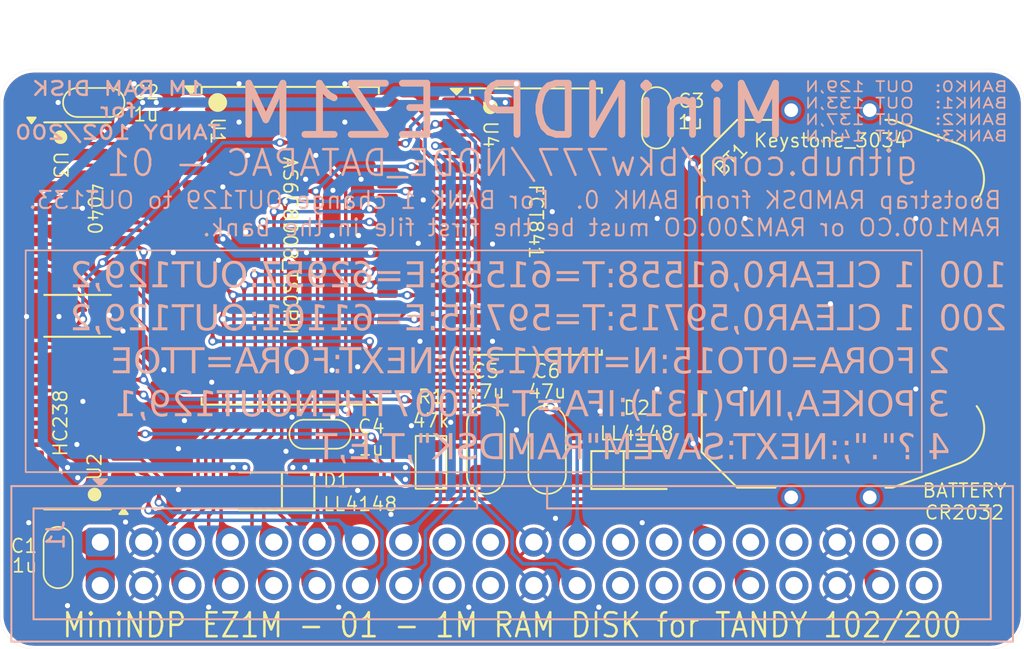
<source format=kicad_pcb>
(kicad_pcb (version 20240108) (generator "pcbnew") (generator_version "8.0")
  (title_block (title "MiniNDP EZ1M") (date "2024-12-13") (rev "01") (company "Brian K. White - b.kenyon.w@gmail.com") (comment 1 "github.com/bkw777/NODE_DATAPAC"))
  (layers (0 "F.Cu" signal) (31 "B.Cu" signal) (34 "B.Paste" user) (35 "F.Paste" user) (36 "B.SilkS" user "B.Silkscreen") (37 "F.SilkS" user "F.Silkscreen") (38 "B.Mask" user) (39 "F.Mask" user) (44 "Edge.Cuts" user))
  (net 0 "")
  (net 1 "GND")
  (net 2 "VMEM")
  (net 3 "VBUS")
  (net 4 "/AD0")
  (net 5 "/AD1")
  (net 6 "/AD2")
  (net 7 "/AD3")
  (net 8 "/AD4")
  (net 9 "/AD5")
  (net 10 "/AD6")
  (net 11 "/AD7")
  (net 12 "/A8")
  (net 13 "/A9")
  (net 14 "/~{RD}")
  (net 15 "/RAMRST")
  (net 16 "/~{Y0}")
  (net 17 "/(A)")
  (net 27 "/BUS_A10")
  (net 30 "+BATT")
  (net 31 "/A5")
  (net 32 "/A6")
  (net 35 "/A7")
  (net 36 "/BUS_A8")
  (net 37 "/BUS_A9")
  (net 38 "/A0")
  (net 39 "/A1")
  (net 40 "/A2")
  (net 41 "/A3")
  (net 42 "/A4")
  (net 43 "/BYTE")
  (net 54 "/~{WR}")
  (net 55 "/A15")
  (net 56 "/A12")
  (net 57 "/A13")
  (net 58 "/A18")
  (net 59 "/A14")
  (net 60 "/A16")
  (net 61 "/A17")
  (net 62 "/A10")
  (net 63 "/A11")
  (net 64 "/BUS_A11")
  (net 65 "/A19")
  (net 66 "/BLOCK")
  (footprint "000_LOCAL:MiniNDP_Cover" (layer "F.Cu") (at 151.95 103.025)
    (property "Reference" "N1")
    (property "Value" "MiniNDP_Cover")
  )
  (footprint "000_LOCAL:SOIC-16_3.9x9.9mm_P1.27mm" (layer "F.Cu") (at 126.485 106.77 180)
    (property "Reference" "U2")
    (property "Value" "HC238")
  )
  (footprint "000_LOCAL:C_0805" (layer "F.Cu") (at 125.35 114.655 -90)
    (property "Reference" "C1")
    (property "Value" "1u")
  )
  (footprint "000_LOCAL:Fiducial_0.75_1.5" (layer "F.Cu") (at 179.95 118.025)
    (property "Reference" "F2" (hide yes))
    (property "Value" "Fiducial_0.75_1.5" (hide yes))
  )
  (footprint "000_LOCAL:SOIC-16_3.9x9.9mm_P1.27mm" (layer "F.Cu") (at 126.488 94.197)
    (property "Reference" "U3")
    (property "Value" "4040")
  )
  (footprint "000_LOCAL:D_MiniMELF" (layer "F.Cu") (at 137.7 110.775 180)
    (property "Reference" "D1")
    (property "Value" "LL4148")
  )
  (footprint "000_LOCAL:C_1206" (layer "F.Cu") (at 154 108.325 90)
    (property "Reference" "C6")
    (property "Value" "47u")
  )
  (footprint "000_LOCAL:Fiducial_0.75_1.5" (layer "F.Cu") (at 179.95 88.025 90)
    (property "Reference" "F2" (hide yes))
    (property "Value" "Fiducial_0.75_1.5" (hide yes))
  )
  (footprint "000_LOCAL:Fiducial_0.75_1.5" (layer "F.Cu") (at 123.95 88.025)
    (property "Reference" "F3" (hide yes))
    (property "Value" "Fiducial_0.75_1.5" (hide yes))
  )
  (footprint "000_LOCAL:SOIC-24" (layer "F.Cu") (at 153.3452 94.959)
    (property "Reference" "U4")
    (property "Value" "FCT841")
  )
  (footprint "000_LOCAL:D_MiniMELF" (layer "F.Cu") (at 159.249293 109.525707)
    (property "Reference" "D2")
    (property "Value" "LL4148")
  )
  (footprint "000_LOCAL:C_0805" (layer "F.Cu") (at 160.4082 88.874 -90)
    (property "Reference" "C3")
    (property "Value" "1u")
  )
  (footprint "000_LOCAL:Fiducial_0.75_1.5" (layer "F.Cu") (at 123.95 118.025)
    (property "Reference" "F3" (hide yes))
    (property "Value" "Fiducial_0.75_1.5" (hide yes))
  )
  (footprint "000_LOCAL:TSOP-II-44" (layer "F.Cu") (at 138.95 96.375)
    (property "Reference" "U1")
    (property "Value" "AS6C8008_TSOPII")
  )
  (footprint "000_LOCAL:C_1206" (layer "F.Cu") (at 150.4 108.325 90)
    (property "Reference" "C5")
    (property "Value" "47u")
  )
  (footprint "000_LOCAL:Keystone_3028_3034" (layer "F.Cu") (at 170.6 99.775 90)
    (property "Reference" "BT1")
    (property "Value" "Keystone_3034")
  )
  (footprint "000_LOCAL:C_0805" (layer "F.Cu") (at 127.439 87.974 180)
    (property "Reference" "C2")
    (property "Value" "1u")
  )
  (footprint "000_LOCAL:C_0805" (layer "F.Cu") (at 140.7 107.425)
    (property "Reference" "C4")
    (property "Value" "1u")
  )
  (footprint "000_LOCAL:R_0805" (layer "F.Cu") (at 147.2 109.075001 90)
    (property "Reference" "R1")
    (property "Value" "47k")
  )
  (footprint "000_LOCAL:IDC-Header_2x20_P2.54mm_Vertical" (layer "B.Cu") (at 127.82 113.755 -90)
    (property "Reference" "J1")
    (property "Value" "Conn_02x20_Odd_Even")
  )
  (gr_poly (pts (xy 145.7 110.075) (xy 145.7 109.375) (xy 146.4 110.075)) (stroke (width 0.6)) (fill solid) (layer "F.Cu") (net 2))
  (gr_poly (pts (xy 126.5 109.975) (xy 125.9 109.375) (xy 125.9 110.575)) (stroke (width 0.6)) (fill solid) (layer "F.Cu") (net 3))
  (gr_poly (pts (xy 162.55 107.975) (xy 160.999293 109.525707) (xy 164.099293 109.525707) (xy 164.1 109.525)) (stroke (width 0.6)) (fill solid) (layer "F.Cu") (net 30))
  (gr_poly (pts (xy 145.7 109.375) (xy 145.7 110.075) (xy 145 109.375)) (stroke (width 0.6)) (fill solid) (layer "B.Cu") (net 2))
  (gr_poly (pts (xy 126.5 109.975) (xy 127.1 109.375) (xy 125.9 109.375)) (stroke (width 0.6)) (fill solid) (layer "B.Cu") (net 3))
  (gr_rect (start 123.45 96.647) (end 175.95 109.647) (stroke (width 0.1)) (fill none) (layer "B.SilkS"))
  (gr_line (start 123.95 86.025) (end 179.95 86.025) (stroke (width 0.01)) (layer "Edge.Cuts"))
  (gr_line (start 179.95 120.025) (end 123.95 120.025) (stroke (width 0.01)) (layer "Edge.Cuts"))
  (gr_arc (start 179.95 86.024999) (mid 181.364214 86.610786) (end 181.950001 88.025) (stroke (width 0.01)) (layer "Edge.Cuts"))
  (gr_arc (start 123.95 120.025) (mid 122.535786 119.439214) (end 121.95 118.025) (stroke (width 0.01)) (layer "Edge.Cuts"))
  (gr_arc (start 181.950001 118.025) (mid 181.364214 119.439214) (end 179.95 120.025001) (stroke (width 0.01)) (layer "Edge.Cuts"))
  (gr_line (start 181.95 88.025) (end 181.95 118.025) (stroke (width 0.01)) (layer "Edge.Cuts"))
  (gr_arc (start 121.949999 88.025) (mid 122.535786 86.610786) (end 123.95 86.024999) (stroke (width 0.01)) (layer "Edge.Cuts"))
  (gr_line (start 121.95 118.025) (end 121.95 88.025) (stroke (width 0.01)) (layer "Edge.Cuts"))
  (gr_text "1M RAM DISK\nfor\nTANDY 102/200" (at 128.85 88.447 0) (layer "B.SilkS") (effects (font (size 0.8 1)) (justify mirror)))
  (gr_text "Bootstrap RAMDSK from BANK 0.  For BANK 1 change OUT129 to OUT133.\nRAM100.CO or RAM200.CO must be the first file in the bank." (at 180.7 95.897 0) (layer "B.SilkS") (effects (font (size 1 1) (thickness 0.12)) (justify left bottom mirror)))
  (gr_text "${COMMENT1} - ${REVISION}" (at 151.95 91.525 0) (layer "B.SilkS") (effects (font (size 1.5 1.5)) (justify mirror)))
  (gr_text "100  1 CLEAR0,61558:T=61558:E=62957:OUT129,2\n200  1 CLEAR0,59715:T=59715:E=61101:OUT129,2\n     2 FORA=0TO15:N=INP(131):NEXT:FORA=TTOE\n     3 POKEA,INP(131):IFA=T+1007THENOUT129,1\n     4 ?{dblquote}.{dblquote};:NEXT:SAVEM{dblquote}RAMDSK{dblquote},T,E,T" (at 180.95 109.147 0) (layer "B.SilkS") (effects (font (size 1.5 1.5) (thickness 0.1)) (justify left bottom mirror)))
  (gr_text "BANK0:  OUT 129,N\nBANK1:  OUT 133,N\nBANK2:  OUT 137,N\nBANK3:  OUT 141,N" (at 181.05 88.497 0) (layer "B.SilkS") (effects (font (size 0.6 0.8) (thickness 0.1)) (justify left mirror)))
  (gr_text "${TITLE}" (at 151.95 88.477 0) (layer "B.SilkS") (effects (font (size 3 3) (thickness 0.4)) (justify mirror)))
  (gr_text "${TITLE} - ${REVISION} - 1M RAM DISK for TANDY 102/200" (at 151.95 118.625 0) (layer "F.SilkS") (effects (font (size 1.4 1.2))))
  (gr_text "BATTERY\nCR2032" (at 178.45 111.375 0) (layer "F.SilkS") (effects (font (size 0.8 0.8) (thickness 0.1))))
  (via (at 142.15 86.875) (size 0.5) (drill 0.3) (layers "F.Cu" "B.Cu") (net 1))
  (via (at 141.45 93.125) (size 0.5) (drill 0.3) (layers "F.Cu" "B.Cu") (net 1))
  (via (at 154.49 112.358) (size 0.5) (drill 0.3) (layers "F.Cu" "B.Cu") (net 1))
  (via (at 146.55 101.975) (size 0.5) (drill 0.3) (layers "F.Cu" "B.Cu") (net 1))
  (via (at 134.35 104.375) (size 0.5) (drill 0.3) (layers "F.Cu" "B.Cu") (net 1))
  (via (at 136.35 95.575) (size 0.5) (drill 0.3) (layers "F.Cu" "B.Cu") (net 1))
  (via (at 149.41 117.565) (size 0.5) (drill 0.3) (layers "F.Cu" "B.Cu") (net 1))
  (via (at 135.95 86.875) (size 0.5) (drill 0.3) (layers "F.Cu" "B.Cu") (net 1))
  (via (at 170.6 99.775) (size 0.5) (drill 0.3) (layers "F.Cu" "B.Cu") (net 1))
  (via (at 165.6 94.775) (size 0.5) (drill 0.3) (layers "F.Cu" "B.Cu") (net 1))
  (via (at 139.05 106.425) (size 0.5) (drill 0.3) (layers "F.Cu" "B.Cu") (net 1))
  (via (at 143.1 92.475) (size 0.5) (drill 0.3) (layers "F.Cu" "B.Cu") (net 1))
  (via (at 142.15 89.125) (size 0.5) (drill 0.3) (layers "F.Cu" "B.Cu") (net 1))
  (via (at 135 92.925) (size 0.5) (drill 0.3) (layers "F.Cu" "B.Cu") (net 1))
  (via (at 175.6 94.775) (size 0.5) (drill 0.3) (layers "F.Cu" "B.Cu") (net 1))
  (via (at 129.15 101.375) (size 0.5) (drill 0.3) (layers "F.Cu" "B.Cu") (net 1))
  (via (at 142.9 103.475) (size 0.5) (drill 0.3) (layers "F.Cu" "B.Cu") (net 1))
  (via (at 146.05 106.925) (size 0.5) (drill 0.3) (layers "F.Cu" "B.Cu") (net 1))
  (via (at 160.45 94.775) (size 0.5) (drill 0.3) (layers "F.Cu" "B.Cu") (net 1))
  (via (at 126.45 108.025) (size 0.5) (drill 0.3) (layers "F.Cu" "B.Cu") (net 1))
  (via (at 134.17 117.565) (size 0.5) (drill 0.3) (layers "F.Cu" "B.Cu") (net 1))
  (via (at 132.4 108.275) (size 0.5) (drill 0.3) (layers "F.Cu" "B.Cu") (net 1))
  (via (at 160.45 104.775) (size 0.5) (drill 0.3) (layers "F.Cu" "B.Cu") (net 1))
  (via (at 126.775 94.175) (size 0.5) (drill 0.3) (layers "F.Cu" "B.Cu") (net 1))
  (via (at 132.1 96.775) (size 0.5) (drill 0.3) (layers "F.Cu" "B.Cu") (net 1))
  (via (at 141.4 103.675) (size 0.5) (drill 0.3) (layers "F.Cu" "B.Cu") (net 1))
  (via (at 139.85 92.475) (size 0.5) (drill 0.3) (layers "F.Cu" "B.Cu") (net 1))
  (via (at 125.4 100.525) (size 0.5) (drill 0.3) (layers "F.Cu" "B.Cu") (net 1))
  (via (at 144.85 112.125) (size 0.5) (drill 0.3) (layers "F.Cu" "B.Cu") (net 1))
  (via (at 142.95 95.775) (size 0.5) (drill 0.3) (layers "F.Cu" "B.Cu") (net 1))
  (via (at 148.35 106.725) (size 0.5) (drill 0.3) (layers "F.Cu" "B.Cu") (net 1))
  (via (at 157.03 117.565) (size 0.5) (drill 0.3) (layers "F.Cu" "B.Cu") (net 1))
  (via (at 165.6 104.775) (size 0.5) (drill 0.3) (layers "F.Cu" "B.Cu") (net 1))
  (via (at 140.45 91.075) (size 0.5) (drill 0.3) (layers "F.Cu" "B.Cu") (net 1))
  (via (at 146.45 96.229) (size 0.5) (drill 0.3) (layers "F.Cu" "B.Cu") (net 1))
  (via (at 142.55 108.425) (size 0.5) (drill 0.3) (layers "F.Cu" "B.Cu") (net 1))
  (via (at 129.3 112.575) (size 0.5) (drill 0.3) (layers "F.Cu" "B.Cu") (net 1))
  (via (at 162.25 88.925) (size 0.5) (drill 0.3) (layers "F.Cu" "B.Cu") (net 1))
  (via (at 152.2 107.175) (size 0.5) (drill 0.3) (layers "F.Cu" "B.Cu") (net 1))
  (via (at 125.9 117.475) (size 0.5) (drill 0.3) (layers "F.Cu" "B.Cu") (net 1))
  (via (at 123.5 100.525) (size 0.5) (drill 0.3) (layers "F.Cu" "B.Cu") (net 1))
  (via (at 132.4 110.675) (size 0.5) (drill 0.3) (layers "F.Cu" "B.Cu") (net 1))
  (via (at 142.9 110.725) (size 0.5) (drill 0.3) (layers "F.Cu" "B.Cu") (net 1))
  (via (at 150.8 96.275) (size 0.5) (drill 0.3) (layers "F.Cu" "B.Cu") (net 1))
  (via (at 136.45 91.075) (size 0.5) (drill 0.3) (layers "F.Cu" "B.Cu") (net 1))
  (via (at 129.8 86.875) (size 0.5) (drill 0.3) (layers "F.Cu" "B.Cu") (net 1))
  (via (at 152.2 86.875) (size 0.5) (drill 0.3) (layers "F.Cu" "B.Cu") (net 1))
  (via (at 135.95 89.125) (size 0.5) (drill 0.3) (layers "F.Cu" "B.Cu") (net 1))
  (via (at 141.79 117.565) (size 0.5) (drill 0.3) (layers "F.Cu" "B.Cu") (net 1))
  (via (at 131.55 103.65) (size 0.5) (drill 0.3) (layers "F.Cu" "B.Cu") (net 1))
  (via (at 126.8 105.5) (size 0.5) (drill 0.3) (layers "F.Cu" "B.Cu") (net 1))
  (via (at 154.3 94.375) (size 0.5) (drill 0.3) (layers "F.Cu" "B.Cu") (net 1))
  (via (at 175.6 104.775) (size 0.5) (drill 0.3) (layers "F.Cu" "B.Cu") (net 1))
  (via (at 125.35 87.974) (size 0.5) (drill 0.3) (layers "F.Cu" "B.Cu") (net 1))
  (via (at 150.8 101.975) (size 0.5) (drill 0.3) (layers "F.Cu" "B.Cu") (net 1))
  (via (at 141.4 95.775) (size 0.5) (drill 0.3) (layers "F.Cu" "B.Cu") (net 1))
  (via (at 123.629 112.612) (size 0.5) (drill 0.3) (layers "F.Cu" "B.Cu") (net 1))
  (via (at 141.45 106.425) (size 0.5) (drill 0.3) (layers "F.Cu" "B.Cu") (net 1))
  (via (at 128.35 100.45) (size 0.5) (drill 0.3) (layers "F.Cu" "B.Cu") (net 1))
  (via (at 139.05 103.775) (size 0.5) (drill 0.3) (layers "F.Cu" "B.Cu") (net 1))
  (via (at 132.75 106.625) (size 0.5) (drill 0.3) (layers "F.Cu" "B.Cu") (net 1))
  (via (at 146.743 93.689) (size 0.5) (drill 0.3) (layers "F.Cu" "B.Cu") (net 1))
  (via (at 159.57 112.612) (size 0.5) (drill 0.3) (layers "F.Cu" "B.Cu") (net 1))
  (via (at 138.7 108.425) (size 0.5) (drill 0.3) (layers "F.Cu" "B.Cu") (net 1))
  (via (at 157.1 106.075) (size 0.5) (drill 0.3) (layers "F.Cu" "B.Cu") (net 1))
  (via (at 134.75 97.225) (size 0.5) (drill 0.3) (layers "F.Cu" "B.Cu") (net 1))
  (segment (start 139.9 107.325) (end 139.9 97.475) (width 0.6) (layer "F.Cu") (net 2))
  (segment (start 145.75 110.025) (end 145.7 110.075) (width 0.6) (layer "F.Cu") (net 2))
  (segment (start 157.499293 110.075) (end 157.499293 109.525707) (width 0.6) (layer "F.Cu") (net 2))
  (segment (start 139.8 108.675) (end 139.8 107.425) (width 0.6) (layer "F.Cu") (net 2))
  (segment (start 139.8 109.375) (end 139.8 110.425) (width 0.6) (layer "F.Cu") (net 2))
  (segment (start 139.9 107.525) (end 139.8 107.425) (width 0.6) (layer "F.Cu") (net 2))
  (segment (start 139.8 110.425) (end 139.45 110.775) (width 0.6) (layer "F.Cu") (net 2))
  (segment (start 139.1 109.375) (end 139.8 109.375) (width 0.6) (layer "F.Cu") (net 2))
  (segment (start 147.2 110.025) (end 147.25 110.075) (width 0.6) (layer "F.Cu") (net 2))
  (segment (start 139.1 109.375) (end 139.1 110.425) (width 0.6) (layer "F.Cu") (net 2))
  (segment (start 139.9 96.775) (end 139.2 96.775) (width 0.6) (layer "F.Cu") (net 2))
  (segment (start 147.2 110.025) (end 145.75 110.025) (width 0.6) (layer "F.Cu") (net 2))
  (segment (start 150.125001 110.075) (end 150.4 109.800001) (width 0.6) (layer "F.Cu") (net 2))
  (segment (start 143.65 96.775) (end 144.65 96.775) (width 0.5) (layer "F.Cu") (net 2))
  (segment (start 150.674999 110.075) (end 153.725001 110.075) (width 0.6) (layer "F.Cu") (net 2))
  (segment (start 139.9 96.775) (end 139.9 97.475) (width 0.6) (layer "F.Cu") (net 2))
  (segment (start 154 109.800001) (end 154.274999 110.075) (width 0.6) (layer "F.Cu") (net 2))
  (segment (start 139.1 110.425) (end 139.45 110.775) (width 0.6) (layer "F.Cu") (net 2))
  (segment (start 153.725001 110.075) (end 154 109.800001) (width 0.6) (layer "F.Cu") (net 2))
  (segment (start 154.274999 110.075) (end 157.499293 110.075) (width 0.6) (layer "F.Cu") (net 2))
  (segment (start 139.8 107.425) (end 139.9 107.325) (width 0.6) (layer "F.Cu") (net 2))
  (segment (start 139.8 109.375) (end 139.8 108.675) (width 0.6) (layer "F.Cu") (net 2))
  (segment (start 139.2 96.775) (end 139.9 97.475) (width 0.6) (layer "F.Cu") (net 2))
  (segment (start 147.25 110.075) (end 150.125001 110.075) (width 0.6) (layer "F.Cu") (net 2))
  (segment (start 135 95.975) (end 133.25 95.975) (width 0.5) (layer "F.Cu") (net 2))
  (segment (start 150.4 109.800001) (end 150.674999 110.075) (width 0.6) (layer "F.Cu") (net 2))
  (segment (start 139.1 109.375) (end 139.8 108.675) (width 0.6) (layer "F.Cu") (net 2))
  (via (at 145.7 109.375) (size 0.6) (drill 0.3) (layers "F.Cu" "B.Cu") (net 2))
  (via (at 145.7 110.075) (size 0.6) (drill 0.3) (layers "F.Cu" "B.Cu") (net 2))
  (via (at 135 95.975) (size 0.6) (drill 0.3) (layers "F.Cu" "B.Cu") (net 2))
  (via (at 139.9 96.775) (size 0.6) (drill 0.3) (layers "F.Cu" "B.Cu") (net 2))
  (via (at 139.8 109.375) (size 0.6) (drill 0.3) (layers "F.Cu" "B.Cu") (net 2))
  (via (at 143.65 96.775) (size 0.6) (drill 0.3) (layers "F.Cu" "B.Cu") (net 2))
  (via (at 139.1 109.375) (size 0.6) (drill 0.3) (layers "F.Cu" "B.Cu") (net 2))
  (via (at 139.2 96.775) (size 0.6) (drill 0.3) (layers "F.Cu" "B.Cu") (net 2))
  (segment (start 135.8 96.775) (end 135 95.975) (width 0.6) (layer "B.Cu") (net 2))
  (segment (start 143.65 96.775) (end 139.9 96.775) (width 0.6) (layer "B.Cu") (net 2))
  (segment (start 139.2 96.775) (end 135.8 96.775) (width 0.6) (layer "B.Cu") (net 2))
  (segment (start 145.7 109.375) (end 139.1 109.375) (width 0.6) (layer "B.Cu") (net 2))
  (segment (start 139.9 96.775) (end 139.2 96.775) (width 0.6) (layer "B.Cu") (net 2))
  (segment (start 157.9952 87.974) (end 160.4082 87.974) (width 0.6) (layer "F.Cu") (net 3))
  (segment (start 135.6 109.375) (end 135.6 110.425) (width 0.6) (layer "F.Cu") (net 3))
  (segment (start 130.3 87.975) (end 130.299 87.974) (width 0.6) (layer "F.Cu") (net 3))
  (segment (start 150.7562 87.974) (end 157.9952 87.974) (width 0.6) (layer "F.Cu") (net 3))
  (segment (start 130.301 87.974) (end 131.1 87.974) (width 0.6) (layer "F.Cu") (net 3))
  (segment (start 125.35 113.755) (end 127.82 113.755) (width 0.8) (layer "F.Cu") (net 3))
  (segment (start 136.3 109.375) (end 136.3 110.425) (width 0.6) (layer "F.Cu") (net 3))
  (segment (start 123.818 111.215) (end 125.35 111.215) (width 0.6) (layer "F.Cu") (net 3))
  (segment (start 125.35 111.125) (end 125.35 111.215) (width 0.6) (layer "F.Cu") (net 3))
  (segment (start 128.7415 89.752) (end 129.155 89.752) (width 0.6) (layer "F.Cu") (net 3))
  (segment (start 125.36 111.215) (end 123.818 111.215) (width 0.6) (layer "F.Cu") (net 3))
  (segment (start 130.299 87.974) (end 128.339 87.974) (width 0.6) (layer "F.Cu") (net 3))
  (segment (start 135.6 109.375) (end 136.3 109.375) (width 0.6) (layer "F.Cu") (net 3))
  (segment (start 126.5 109.975) (end 125.35 111.125) (width 0.6) (layer "F.Cu") (net 3))
  (segment (start 136.3 110.425) (end 135.95 110.775) (width 0.6) (layer "F.Cu") (net 3))
  (segment (start 127.7 113.635) (end 127.82 113.755) (width 0.4) (layer "F.Cu") (net 3))
  (segment (start 128.339 89.3495) (end 128.7415 89.752) (width 0.6) (layer "F.Cu") (net 3))
  (segment (start 135.6 110.425) (end 135.95 110.775) (width 0.6) (layer "F.Cu") (net 3))
  (segment (start 125.35 111.215) (end 125.35 113.755) (width 0.6) (layer "F.Cu") (net 3))
  (segment (start 128.339 87.974) (end 128.339 89.3495) (width 0.6) (layer "F.Cu") (net 3))
  (segment (start 127.82 116.295) (end 127.82 113.755) (width 1.7) (layer "F.Cu") (net 3))
  (segment (start 127.6 113.535) (end 127.7 113.635) (width 0.6) (layer "F.Cu") (net 3))
  (via (at 150.7562 87.974) (size 0.6) (drill 0.3) (layers "F.Cu" "B.Cu") (net 3))
  (via (at 151.55 87.974) (size 0.6) (drill 0.3) (layers "F.Cu" "B.Cu") (net 3))
  (via (at 126.5 109.975) (size 0.6) (drill 0.3) (layers "F.Cu" "B.Cu") (net 3))
  (via (at 125.9 109.375) (size 0.6) (drill 0.3) (layers "F.Cu" "B.Cu") (net 3))
  (via (at 130.3 87.975) (size 0.6) (drill 0.3) (layers "F.Cu" "B.Cu") (net 3))
  (via (at 135.6 109.375) (size 0.6) (drill 0.3) (layers "F.Cu" "B.Cu") (net 3))
  (via (at 131.1 87.974) (size 0.6) (drill 0.3) (layers "F.Cu" "B.Cu") (net 3))
  (via (at 136.3 109.375) (size 0.6) (drill 0.3) (layers "F.Cu" "B.Cu") (net 3))
  (segment (start 125.9 109.375) (end 124.45 107.925) (width 0.6) (layer "B.Cu") (net 3))
  (segment (start 124.45 107.925) (end 124.45 93.825) (width 0.6) (layer "B.Cu") (net 3))
  (segment (start 124.45 93.825) (end 130.3 87.975) (width 0.6) (layer "B.Cu") (net 3))
  (segment (start 126.8 109.375) (end 136.3 109.375) (width 0.6) (layer "B.Cu") (net 3))
  (segment (start 130.3 87.975) (end 130.301 87.974) (width 0.6) (layer "B.Cu") (net 3))
  (segment (start 126.5 109.675) (end 126.8 109.375) (width 0.6) (layer "B.Cu") (net 3))
  (segment (start 130.301 87.974) (end 144.451 87.974) (width 0.6) (layer "B.Cu") (net 3))
  (segment (start 151.55 87.974) (end 150.7562 87.974) (width 0.6) (layer "B.Cu") (net 3))
  (segment (start 144.451 87.974) (end 145.1 87.325) (width 0.6) (layer "B.Cu") (net 3))
  (segment (start 150.1072 87.325) (end 150.7562 87.974) (width 0.6) (layer "B.Cu") (net 3))
  (segment (start 145.1 87.325) (end 150.1072 87.325) (width 0.6) (layer "B.Cu") (net 3))
  (segment (start 135 99.475) (end 134.05 98.525) (width 0.2) (layer "F.Cu") (net 4))
  (segment (start 135.05 106.525) (end 133.55 108.025) (width 0.2) (layer "F.Cu") (net 4))
  (segment (start 133.55 111.325) (end 131.63 113.245) (width 0.2) (layer "F.Cu") (net 4))
  (segment (start 133.4 98.525) (end 133.25 98.375) (width 0.2) (layer "F.Cu") (net 4))
  (segment (start 133.55 108.025) (end 133.55 111.325) (width 0.2) (layer "F.Cu") (net 4))
  (segment (start 135 100.674) (end 135.05 100.724) (width 0.2) (layer "F.Cu") (net 4))
  (segment (start 131.63 115.025) (end 132.9 116.295) (width 0.2) (layer "F.Cu") (net 4))
  (segment (start 135.05 100.724) (end 135.05 106.525) (width 0.2) (layer "F.Cu") (net 4))
  (segment (start 135 100.674) (end 135 99.475) (width 0.2) (layer "F.Cu") (net 4))
  (segment (start 134.05 98.525) (end 133.4 98.525) (width 0.2) (layer "F.Cu") (net 4))
  (segment (start 131.63 113.245) (end 131.63 115.025) (width 0.2) (layer "F.Cu") (net 4))
  (segment (start 148.6952 100.674) (end 146.2096 100.674) (width 0.2) (layer "F.Cu") (net 4))
  (via (at 146.2096 100.674) (size 0.5) (drill 0.3) (layers "F.Cu" "B.Cu") (net 4))
  (via (at 135 100.674) (size 0.5) (drill 0.3) (layers "F.Cu" "B.Cu") (net 4))
  (segment (start 146.2096 100.674) (end 135 100.674) (width 0.2) (layer "B.Cu") (net 4))
  (segment (start 134 108.275) (end 134 111.675) (width 0.2) (layer "F.Cu") (net 5))
  (segment (start 148.5662 99.275) (end 148.6952 99.404) (width 0.2) (layer "F.Cu") (net 5))
  (segment (start 134 111.675) (end 132.9 112.775) (width 0.2) (layer "F.Cu") (net 5))
  (segment (start 133.4 97.725) (end 134.05 97.725) (width 0.2) (layer "F.Cu") (net 5))
  (segment (start 135.6 99.275) (end 135.65 99.325) (width 0.2) (layer "F.Cu") (net 5))
  (segment (start 134.05 97.725) (end 135.6 99.275) (width 0.2) (layer "F.Cu") (net 5))
  (segment (start 145.8 99.275) (end 148.5662 99.275) (width 0.2) (layer "F.Cu") (net 5))
  (segment (start 135.65 106.625) (end 134 108.275) (width 0.2) (layer "F.Cu") (net 5))
  (segment (start 133.25 97.575) (end 133.4 97.725) (width 0.2) (layer "F.Cu") (net 5))
  (segment (start 132.9 112.775) (end 132.9 113.755) (width 0.2) (layer "F.Cu") (net 5))
  (segment (start 135.65 99.325) (end 135.65 106.625) (width 0.2) (layer "F.Cu") (net 5))
  (via (at 145.8 99.275) (size 0.5) (drill 0.3) (layers "F.Cu" "B.Cu") (net 5))
  (via (at 135.6 99.275) (size 0.5) (drill 0.3) (layers "F.Cu" "B.Cu") (net 5))
  (segment (start 135.75 99.275) (end 135.6 99.425) (width 0.2) (layer "B.Cu") (net 5))
  (segment (start 145.8 99.275) (end 135.75 99.275) (width 0.2) (layer "B.Cu") (net 5))
  (segment (start 144.65 98.375) (end 144.8 98.225) (width 0.2) (layer "F.Cu") (net 6))
  (segment (start 134.17 115.025) (end 135.44 116.295) (width 0.2) (layer "F.Cu") (net 6))
  (segment (start 144.8 98.225) (end 148.604198 98.225) (width 0.2) (layer "F.Cu") (net 6))
  (segment (start 148.604198 98.225) (end 148.695199 98.133999) (width 0.2) (layer "F.Cu") (net 6))
  (segment (start 143.75 98.525) (end 144.5 98.525) (width 0.2) (layer "F.Cu") (net 6))
  (segment (start 143.6 98.675) (end 143.75 98.525) (width 0.2) (layer "F.Cu") (net 6))
  (segment (start 134.45 108.525) (end 134.45 111.925) (width 0.2) (layer "F.Cu") (net 6))
  (segment (start 144.5 98.525) (end 144.65 98.375) (width 0.2) (layer "F.Cu") (net 6))
  (segment (start 134.17 112.205) (end 134.17 115.025) (width 0.2) (layer "F.Cu") (net 6))
  (segment (start 136.25 106.725) (end 134.45 108.525) (width 0.2) (layer "F.Cu") (net 6))
  (segment (start 136.25 98.675) (end 136.25 106.725) (width 0.2) (layer "F.Cu") (net 6))
  (segment (start 134.45 111.925) (end 134.17 112.205) (width 0.2) (layer "F.Cu") (net 6))
  (via (at 136.25 98.675) (size 0.5) (drill 0.3) (layers "F.Cu" "B.Cu") (net 6))
  (via (at 143.6 98.675) (size 0.5) (drill 0.3) (layers "F.Cu" "B.Cu") (net 6))
  (segment (start 136.25 98.675) (end 143.6 98.675) (width 0.2) (layer "B.Cu") (net 6))
  (segment (start 147.675 97.075) (end 148.484199 97.075) (width 0.2) (layer "F.Cu") (net 7))
  (segment (start 143.8 97.725) (end 144.5 97.725) (width 0.2) (layer "F.Cu") (net 7))
  (segment (start 134.9 113.215) (end 135.44 113.755) (width 0.2) (layer "F.Cu") (net 7))
  (segment (start 144.65 97.575) (end 144.8 97.425) (width 0.2) (layer "F.Cu") (net 7))
  (segment (start 136.9 98.125) (end 136.9 106.775) (width 0.2) (layer "F.Cu") (net 7))
  (segment (start 148.484199 97.075) (end 148.6952 96.863999) (width 0.2) (layer "F.Cu") (net 7))
  (segment (start 144.5 97.725) (end 144.65 97.575) (width 0.2) (layer "F.Cu") (net 7))
  (segment (start 143.6 97.925) (end 143.8 97.725) (width 0.2) (layer "F.Cu") (net 7))
  (segment (start 136.85 98.075) (end 136.9 98.125) (width 0.2) (layer "F.Cu") (net 7))
  (segment (start 144.8 97.425) (end 147.325 97.425) (width 0.2) (layer "F.Cu") (net 7))
  (segment (start 147.325 97.425) (end 147.675 97.075) (width 0.2) (layer "F.Cu") (net 7))
  (segment (start 134.9 108.775) (end 134.9 113.215) (width 0.2) (layer "F.Cu") (net 7))
  (segment (start 136.9 106.775) (end 134.9 108.775) (width 0.2) (layer "F.Cu") (net 7))
  (via (at 136.85 98.075) (size 0.5) (drill 0.3) (layers "F.Cu" "B.Cu") (net 7))
  (via (at 143.6 97.925) (size 0.5) (drill 0.3) (layers "F.Cu" "B.Cu") (net 7))
  (segment (start 143.45 98.075) (end 143.6 97.925) (width 0.2) (layer "B.Cu") (net 7))
  (segment (start 136.85 98.075) (end 143.45 98.075) (width 0.2) (layer "B.Cu") (net 7))
  (segment (start 143.6 94.975) (end 143.7 95.075) (width 0.2) (layer "F.Cu") (net 8))
  (segment (start 143.7 95.075) (end 144.55 95.075) (width 0.2) (layer "F.Cu") (net 8))
  (segment (start 136.95 107.725) (end 136.95 111.875) (width 0.2) (layer "F.Cu") (net 8))
  (segment (start 147.6955 95.3908) (end 148.492001 95.3908) (width 0.2) (layer "F.Cu") (net 8))
  (segment (start 144.65 95.175) (end 147.4797 95.175) (width 0.2) (layer "F.Cu") (net 8))
  (segment (start 136.95 111.875) (end 136.71 112.115) (width 0.2) (layer "F.Cu") (net 8))
  (segment (start 148.492001 95.3908) (end 148.6952 95.593999) (width 0.2) (layer "F.Cu") (net 8))
  (segment (start 136.71 112.115) (end 136.71 115.025) (width 0.2) (layer "F.Cu") (net 8))
  (segment (start 137.35 94.975) (end 137.5 95.125) (width 0.2) (layer "F.Cu") (net 8))
  (segment (start 137.5 107.175) (end 136.95 107.725) (width 0.2) (layer "F.Cu") (net 8))
  (segment (start 137.5 95.125) (end 137.5 107.175) (width 0.2) (layer "F.Cu") (net 8))
  (segment (start 147.4797 95.175) (end 147.6955 95.3908) (width 0.2) (layer "F.Cu") (net 8))
  (segment (start 144.55 95.075) (end 144.65 95.175) (width 0.2) (layer "F.Cu") (net 8))
  (segment (start 136.71 115.025) (end 137.98 116.295) (width 0.2) (layer "F.Cu") (net 8))
  (via (at 143.6 94.975) (size 0.5) (drill 0.3) (layers "F.Cu" "B.Cu") (net 8))
  (via (at 137.35 94.975) (size 0.5) (drill 0.3) (layers "F.Cu" "B.Cu") (net 8))
  (segment (start 143.6 94.975) (end 137.35 94.975) (width 0.2) (layer "B.Cu") (net 8))
  (segment (start 138 107.375) (end 137.4 107.975) (width 0.2) (layer "F.Cu") (net 9))
  (segment (start 144.6 94.325) (end 143.7 94.325) (width 0.2) (layer "F.Cu") (net 9))
  (segment (start 137.4 107.975) (end 137.4 113.175) (width 0.2) (layer "F.Cu") (net 9))
  (segment (start 144.65 94.375) (end 144.6 94.325) (width 0.2) (layer "F.Cu") (net 9))
  (segment (start 137.4 113.175) (end 137.98 113.755) (width 0.2) (layer "F.Cu") (net 9))
  (segment (start 148.6952 94.323999) (end 148.644199 94.375) (width 0.2) (layer "F.Cu") (net 9))
  (segment (start 143.7 94.325) (end 143.6 94.225) (width 0.2) (layer "F.Cu") (net 9))
  (segment (start 138 94.375) (end 138 107.375) (width 0.2) (layer "F.Cu") (net 9))
  (segment (start 148.644199 94.375) (end 144.65 94.375) (width 0.2) (layer "F.Cu") (net 9))
  (via (at 143.6 94.225) (size 0.5) (drill 0.3) (layers "F.Cu" "B.Cu") (net 9))
  (via (at 138 94.375) (size 0.5) (drill 0.3) (layers "F.Cu" "B.Cu") (net 9))
  (segment (start 143.45 94.375) (end 143.6 94.225) (width 0.2) (layer "B.Cu") (net 9))
  (segment (start 138 94.375) (end 143.45 94.375) (width 0.2) (layer "B.Cu") (net 9))
  (segment (start 145.7 93.175) (end 145.85 93.025) (width 0.2) (layer "F.Cu") (net 10))
  (segment (start 138.65 93.775) (end 136.55 93.775) (width 0.2) (layer "F.Cu") (net 10))
  (segment (start 138.45 107.625) (end 137.85 108.225) (width 0.2) (layer "F.Cu") (net 10))
  (segment (start 136.55 93.775) (end 135.15 95.175) (width 0.2) (layer "F.Cu") (net 10))
  (segment (start 138.45 94.875) (end 138.45 107.625) (width 0.2) (layer "F.Cu") (net 10))
  (segment (start 138.65 93.775) (end 138.65 94.675) (width 0.2) (layer "F.Cu") (net 10))
  (segment (start 139.25 115.025) (end 140.52 116.295) (width 0.2) (layer "F.Cu") (net 10))
  (segment (start 137.85 108.225) (end 137.85 111.625) (width 0.2) (layer "F.Cu") (net 10))
  (segment (start 139.25 113.025) (end 139.25 115.025) (width 0.2) (layer "F.Cu") (net 10))
  (segment (start 145.85 93.025) (end 148.666201 93.025) (width 0.2) (layer "F.Cu") (net 10))
  (segment (start 148.666201 93.025) (end 148.6952 93.053999) (width 0.2) (layer "F.Cu") (net 10))
  (segment (start 138.65 94.675) (end 138.45 94.875) (width 0.2) (layer "F.Cu") (net 10))
  (segment (start 137.85 111.625) (end 139.25 113.025) (width 0.2) (layer "F.Cu") (net 10))
  (segment (start 135.15 95.175) (end 133.25 95.175) (width 0.2) (layer "F.Cu") (net 10))
  (via (at 145.7 93.175) (size 0.5) (drill 0.3) (layers "F.Cu" "B.Cu") (net 10))
  (via (at 138.65 93.775) (size 0.5) (drill 0.3) (layers "F.Cu" "B.Cu") (net 10))
  (segment (start 142.05 93.775) (end 142.65 93.175) (width 0.2) (layer "B.Cu") (net 10))
  (segment (start 138.65 93.775) (end 142.05 93.775) (width 0.2) (layer "B.Cu") (net 10))
  (segment (start 142.65 93.175) (end 145.7 93.175) (width 0.2) (layer "B.Cu") (net 10))
  (segment (start 140.45 93.175) (end 136.4 93.175) (width 0.2) (layer "F.Cu") (net 11))
  (segment (start 146.05 91.725) (end 146.108999 91.783999) (width 0.2) (layer "F.Cu") (net 11))
  (segment (start 140.55 113.725) (end 140.52 113.755) (width 0.2) (layer "F.Cu") (net 11))
  (segment (start 136.4 93.175) (end 135.2 94.375) (width 0.2) (layer "F.Cu") (net 11))
  (segment (start 140.45 93.175) (end 140.55 93.275) (width 0.2) (layer "F.Cu") (net 11))
  (segment (start 146.108999 91.783999) (end 148.695199 91.783999) (width 0.2) (layer "F.Cu") (net 11))
  (segment (start 140.55 93.275) (end 140.55 113.725) (width 0.2) (layer "F.Cu") (net 11))
  (segment (start 135.2 94.375) (end 133.25 94.375) (width 0.2) (layer "F.Cu") (net 11))
  (via (at 140.45 93.175) (size 0.5) (drill 0.3) (layers "F.Cu" "B.Cu") (net 11))
  (via (at 146.05 91.725) (size 0.5) (drill 0.3) (layers "F.Cu" "B.Cu") (net 11))
  (segment (start 141.9 91.725) (end 140.45 93.175) (width 0.2) (layer "B.Cu") (net 11))
  (segment (start 146.05 91.725) (end 141.9 91.725) (width 0.2) (layer "B.Cu") (net 11))
  (segment (start 132.25 101.125) (end 132.55 101.425) (width 0.2) (layer "F.Cu") (net 12))
  (segment (start 129.348 95.025) (end 130.4 95.025) (width 0.2) (layer "F.Cu") (net 12))
  (segment (start 132.55 101.425) (end 133.1 101.425) (width 0.2) (layer "F.Cu") (net 12))
  (segment (start 133.1 101.425) (end 133.25 101.575) (width 0.2) (layer "F.Cu") (net 12))
  (segment (start 130.4 95.025) (end 131.45 96.075) (width 0.2) (layer "F.Cu") (net 12))
  (segment (start 131.45 96.075) (end 131.45 99.215) (width 0.2) (layer "F.Cu") (net 12))
  (segment (start 129.155 94.832) (end 129.348 95.025) (width 0.2) (layer "F.Cu") (net 12))
  (segment (start 132.25 100.015) (end 132.25 101.125) (width 0.2) (layer "F.Cu") (net 12))
  (segment (start 131.45 99.215) (end 132.25 100.015) (width 0.2) (layer "F.Cu") (net 12))
  (segment (start 131.7 90.425) (end 132.3984 89.7266) (width 0.2) (layer "F.Cu") (net 13))
  (segment (start 132.3984 89.7266) (end 133.0984 89.7266) (width 0.2) (layer "F.Cu") (net 13))
  (segment (start 131.7 90.698) (end 131.7 90.425) (width 0.2) (layer "F.Cu") (net 13))
  (segment (start 133.0984 89.7266) (end 133.25 89.575) (width 0.2) (layer "F.Cu") (net 13))
  (segment (start 129.155 92.292) (end 129.322 92.125) (width 0.2) (layer "F.Cu") (net 13))
  (segment (start 130.273 92.125) (end 131.7 90.698) (width 0.2) (layer "F.Cu") (net 13))
  (segment (start 129.322 92.125) (end 130.273 92.125) (width 0.2) (layer "F.Cu") (net 13))
  (segment (start 144.65 90.375) (end 145.7 90.375) (width 0.2) (layer "F.Cu") (net 14))
  (via (at 145.7 90.375) (size 0.5) (drill 0.3) (layers "F.Cu" "B.Cu") (net 14))
  (segment (start 145.7 90.375) (end 146 90.075) (width 0.2) (layer "B.Cu") (net 14))
  (segment (start 149.8 111.025) (end 151.95 113.175) (width 0.2) (layer "B.Cu") (net 14))
  (segment (start 151.95 113.175) (end 151.95 114.39) (width 0.2) (layer "B.Cu") (net 14))
  (segment (start 152.585 115.025) (end 154.49 115.025) (width 0.2) (layer "B.Cu") (net 14))
  (segment (start 146.7625 88.625) (end 148.125 88.625) (width 0.2) (layer "B.Cu") (net 14))
  (segment (start 146 89.3875) (end 146.7625 88.625) (width 0.2) (layer "B.Cu") (net 14))
  (segment (start 151.95 114.39) (end 152.585 115.025) (width 0.2) (layer "B.Cu") (net 14))
  (segment (start 149.8 90.3) (end 149.8 111.025) (width 0.2) (layer "B.Cu") (net 14))
  (segment (start 154.49 115.025) (end 155.76 116.295) (width 0.2) (layer "B.Cu") (net 14))
  (segment (start 148.125 88.625) (end 149.8 90.3) (width 0.2) (layer "B.Cu") (net 14))
  (segment (start 146 90.075) (end 146 89.3875) (width 0.2) (layer "B.Cu") (net 14))
  (segment (start 147.2 108.125002) (end 158.300002 108.125002) (width 0.3) (layer "F.Cu") (net 15))
  (segment (start 142.2 92.775) (end 141.25 91.825) (width 0.2) (layer "F.Cu") (net 15))
  (segment (start 172.27 115.025) (end 173.54 116.295) (width 0.3) (layer "F.Cu") (net 15))
  (segment (start 166.428 112.358) (end 167.19 113.12) (width 0.3) (layer "F.Cu") (net 15))
  (segment (start 159.2 109.025) (end 159.2 109.94375) (width 0.3) (layer "F.Cu") (net 15))
  (segment (start 167.825 115.025) (end 172.27 115.025) (width 0.3) (layer "F.Cu") (net 15))
  (segment (start 147.2 108.125002) (end 146.949998 107.875) (width 0.2) (layer "F.Cu") (net 15))
  (segment (start 142.2 105.125) (end 142.2 92.775) (width 0.2) (layer "F.Cu") (net 15))
  (segment (start 165.033 112.358) (end 166.428 112.358) (width 0.3) (layer "F.Cu") (net 15))
  (segment (start 159.2 109.94375) (end 160.08125 110.825) (width 0.3) (layer "F.Cu") (net 15))
  (segment (start 141.25 91.825) (end 133.4 91.825) (width 0.2) (layer "F.Cu") (net 15))
  (segment (start 163.5 110.825) (end 165.033 112.358) (width 0.3) (layer "F.Cu") (net 15))
  (segment (start 133.4 91.825) (end 133.25 91.975) (width 0.2) (layer "F.Cu") (net 15))
  (segment (start 158.300002 108.125002) (end 159.2 109.025) (width 0.3) (layer "F.Cu") (net 15))
  (segment (start 146.949998 107.875) (end 144.95 107.875) (width 0.2) (layer "F.Cu") (net 15))
  (segment (start 167.19 114.39) (end 167.825 115.025) (width 0.3) (layer "F.Cu") (net 15))
  (segment (start 160.08125 110.825) (end 163.5 110.825) (width 0.3) (layer "F.Cu") (net 15))
  (segment (start 144.95 107.875) (end 142.2 105.125) (width 0.2) (layer "F.Cu") (net 15))
  (segment (start 167.19 113.12) (end 167.19 114.39) (width 0.3) (layer "F.Cu") (net 15))
  (segment (start 163.38 113.355) (end 163.38 113.755) (width 0.2) (layer "F.Cu") (net 16))
  (segment (start 159.85 111.325) (end 161.35 111.325) (width 0.2) (layer "F.Cu") (net 16))
  (segment (start 144.95 110.375) (end 145.35 110.775) (width 0.2) (layer "F.Cu") (net 16))
  (segment (start 161.35 111.325) (end 163.38 113.355) (width 0.2) (layer "F.Cu") (net 16))
  (segment (start 143.7 107.575) (end 144.95 108.825) (width 0.2) (layer "F.Cu") (net 16))
  (segment (start 145.35 110.775) (end 159.3 110.775) (width 0.2) (layer "F.Cu") (net 16))
  (segment (start 130.45 107.405) (end 129.152 107.405) (width 0.2) (layer "F.Cu") (net 16))
  (segment (start 159.3 110.775) (end 159.85 111.325) (width 0.2) (layer "F.Cu") (net 16))
  (segment (start 144.95 108.825) (end 144.95 110.375) (width 0.2) (layer "F.Cu") (net 16))
  (via (at 130.45 107.405) (size 0.5) (drill 0.3) (layers "F.Cu" "B.Cu") (net 16))
  (via (at 143.7 107.575) (size 0.5) (drill 0.3) (layers "F.Cu" "B.Cu") (net 16))
  (segment (start 143.53 107.405) (end 130.45 107.405) (width 0.2) (layer "B.Cu") (net 16))
  (segment (start 143.7 107.575) (end 143.53 107.405) (width 0.2) (layer "B.Cu") (net 16))
  (segment (start 145.1 111.225) (end 159.1 111.225) (width 0.2) (layer "F.Cu") (net 17))
  (segment (start 143.05 107.825) (end 144.45 109.225) (width 0.2) (layer "F.Cu") (net 17))
  (segment (start 162.11 113.035) (end 162.11 114.39) (width 0.2) (layer "F.Cu") (net 17))
  (segment (start 144.45 109.225) (end 144.45 110.575) (width 0.2) (layer "F.Cu") (net 17))
  (segment (start 159.1 111.225) (end 159.65 111.775) (width 0.2) (layer "F.Cu") (net 17))
  (segment (start 162.11 114.39) (end 162.745 115.025) (width 0.2) (layer "F.Cu") (net 17))
  (segment (start 144.45 110.575) (end 145.1 111.225) (width 0.2) (layer "F.Cu") (net 17))
  (segment (start 142.2 105.975) (end 143.05 106.825) (width 0.2) (layer "F.Cu") (net 17))
  (segment (start 164.65 115.025) (end 165.92 116.295) (width 0.2) (layer "F.Cu") (net 17))
  (segment (start 162.745 115.025) (end 164.65 115.025) (width 0.2) (layer "F.Cu") (net 17))
  (segment (start 159.65 111.775) (end 160.85 111.775) (width 0.2) (layer "F.Cu") (net 17))
  (segment (start 143.05 106.825) (end 143.05 107.825) (width 0.2) (layer "F.Cu") (net 17))
  (segment (start 130.36 105.119) (end 130.233 104.992) (width 0.2) (layer "F.Cu") (net 17))
  (segment (start 160.85 111.775) (end 162.11 113.035) (width 0.2) (layer "F.Cu") (net 17))
  (segment (start 129.279 104.992) (end 129.152 104.865) (width 0.2) (layer "F.Cu") (net 17))
  (segment (start 130.233 104.992) (end 129.279 104.992) (width 0.2) (layer "F.Cu") (net 17))
  (via (at 130.36 105.119) (size 0.5) (drill 0.3) (layers "F.Cu" "B.Cu") (net 17))
  (via (at 142.2 105.975) (size 0.5) (drill 0.3) (layers "F.Cu" "B.Cu") (net 17))
  (segment (start 131.066 105.825) (end 142.05 105.825) (width 0.2) (layer "B.Cu") (net 17))
  (segment (start 142.05 105.825) (end 142.2 105.975) (width 0.2) (layer "B.Cu") (net 17))
  (segment (start 130.36 105.119) (end 131.066 105.825) (width 0.2) (layer "B.Cu") (net 17))
  (segment (start 147.45 90.514) (end 148.695199 90.514) (width 0.2) (layer "F.Cu") (net 27))
  (segment (start 148.695199 90.514) (end 148.6952 90.513999) (width 0.2) (layer "F.Cu") (net 27))
  (via (at 147.45 90.514) (size 0.5) (drill 0.3) (layers "F.Cu" "B.Cu") (net 27))
  (segment (start 148.95 111.025) (end 146.87 113.105) (width 0.2) (layer "B.Cu") (net 27))
  (segment (start 146.87 115.025) (end 145.6 116.295) (width 0.2) (layer "B.Cu") (net 27))
  (segment (start 148.95 91.725) (end 148.95 111.025) (width 0.2) (layer "B.Cu") (net 27))
  (segment (start 147.739 90.514) (end 148.95 91.725) (width 0.2) (layer "B.Cu") (net 27))
  (segment (start 146.87 113.105) (end 146.87 115.025) (width 0.2) (layer "B.Cu") (net 27))
  (segment (start 147.45 90.514) (end 147.739 90.514) (width 0.2) (layer "B.Cu") (net 27))
  (segment (start 165 110.425) (end 169.9 110.425) (width 0.6) (layer "F.Cu") (net 30))
  (segment (start 169.9 89.125) (end 170.6 88.425) (width 0.6) (layer "F.Cu") (net 30))
  (segment (start 169.9 110.425) (end 170.6 111.125) (width 0.6) (layer "F.Cu") (net 30))
  (segment (start 162.55 91.561) (end 164.986 89.125) (width 0.6) (layer "F.Cu") (net 30))
  (segment (start 164.986 89.125) (end 169.9 89.125) (width 0.6) (layer "F.Cu") (net 30))
  (segment (start 162.55 107.975) (end 165 110.425) (width 0.6) (layer "F.Cu") (net 30))
  (segment (start 162.55 107.975) (end 161 109.525) (width 0.6) (layer "F.Cu") (net 30))
  (via (at 168.3 88.425) (size 1.2) (drill 0.8) (layers "F.Cu" "B.Cu") (net 30))
  (via (at 168.3 111.125) (size 1.2) (drill 0.8) (layers "F.Cu" "B.Cu") (net 30))
  (via (at 162.55 91.561) (size 0.6) (drill 0.3) (layers "F.Cu" "B.Cu") (net 30))
  (via (at 162.55 107.975) (size 0.6) (drill 0.3) (layers "F.Cu" "B.Cu") (net 30))
  (via (at 172.9 111.125) (size 1.2) (drill 0.8) (layers "F.Cu" "B.Cu") (net 30))
  (via (at 172.9 88.425) (size 1.2) (drill 0.8) (layers "F.Cu" "B.Cu") (net 30))
  (segment (start 162.55 91.561) (end 162.55 107.975) (width 0.6) (layer "B.Cu") (net 30))
  (segment (start 133.0986 88.1264) (end 133.25 87.975) (width 0.2) (layer "F.Cu") (net 31))
  (segment (start 130.288 90.387) (end 132.5486 88.1264) (width 0.2) (layer "F.Cu") (net 31))
  (segment (start 123.821 91.022) (end 125.603 91.022) (width 0.2) (layer "F.Cu") (net 31))
  (segment (start 126.238 90.387) (end 130.288 90.387) (width 0.2) (layer "F.Cu") (net 31))
  (segment (start 125.603 91.022) (end 126.238 90.387) (width 0.2) (layer "F.Cu") (net 31))
  (segment (start 132.5486 88.1264) (end 133.0986 88.1264) (width 0.2) (layer "F.Cu") (net 31))
  (segment (start 125.863 93.562) (end 126.498 92.927) (width 0.2) (layer "F.Cu") (net 32))
  (segment (start 132.5571 90.514) (end 133.111 90.514) (width 0.2) (layer "F.Cu") (net 32))
  (segment (start 133.111 90.514) (end 133.25 90.375) (width 0.2) (layer "F.Cu") (net 32))
  (segment (start 130.1441 92.927) (end 132.5571 90.514) (width 0.2) (layer "F.Cu") (net 32))
  (segment (start 123.821 93.562) (end 125.863 93.562) (width 0.2) (layer "F.Cu") (net 32))
  (segment (start 126.498 92.927) (end 130.1441 92.927) (width 0.2) (layer "F.Cu") (net 32))
  (segment (start 129.155 93.562) (end 129.342 93.375) (width 0.2) (layer "F.Cu") (net 35))
  (segment (start 129.342 93.375) (end 130.3692 93.375) (width 0.2) (layer "F.Cu") (net 35))
  (segment (start 130.3692 93.375) (end 132.4682 91.276) (width 0.2) (layer "F.Cu") (net 35))
  (segment (start 133.149 91.276) (end 133.25 91.175) (width 0.2) (layer "F.Cu") (net 35))
  (segment (start 132.4682 91.276) (end 133.149 91.276) (width 0.2) (layer "F.Cu") (net 35))
  (segment (start 129.352 108.875) (end 129.152 108.675) (width 0.2) (layer "F.Cu") (net 36))
  (segment (start 131.25 111.425) (end 131.25 109.925) (width 0.2) (layer "F.Cu") (net 36))
  (segment (start 131.25 109.925) (end 130.2 108.875) (width 0.2) (layer "F.Cu") (net 36))
  (segment (start 130.2 108.875) (end 129.352 108.875) (width 0.2) (layer "F.Cu") (net 36))
  (via (at 131.25 111.425) (size 0.5) (drill 0.3) (layers "F.Cu" "B.Cu") (net 36))
  (segment (start 144.33 113.12) (end 144.33 115.025) (width 0.2) (layer "B.Cu") (net 36))
  (segment (start 143.235 112.025) (end 144.33 113.12) (width 0.2) (layer "B.Cu") (net 36))
  (segment (start 131.25 111.425) (end 131.45 111.425) (width 0.2) (layer "B.Cu") (net 36))
  (segment (start 131.45 111.425) (end 132.05 112.025) (width 0.2) (layer "B.Cu") (net 36))
  (segment (start 132.05 112.025) (end 143.235 112.025) (width 0.2) (layer "B.Cu") (net 36))
  (segment (start 144.33 115.025) (end 143.06 116.295) (width 0.2) (layer "B.Cu") (net 36))
  (segment (start 130.2 110.125) (end 129.332 110.125) (width 0.2) (layer "F.Cu") (net 37))
  (segment (start 129.332 110.125) (end 129.152 109.945) (width 0.2) (layer "F.Cu") (net 37))
  (segment (start 130.65 110.575) (end 130.2 110.125) (width 0.2) (layer "F.Cu") (net 37))
  (segment (start 130.65 111.875) (end 130.65 110.575) (width 0.2) (layer "F.Cu") (net 37))
  (via (at 130.65 111.875) (size 0.5) (drill 0.3) (layers "F.Cu" "B.Cu") (net 37))
  (segment (start 141.78 112.475) (end 143.06 113.755) (width 0.2) (layer "B.Cu") (net 37))
  (segment (start 131.425 112.025) (end 131.875 112.475) (width 0.2) (layer "B.Cu") (net 37))
  (segment (start 130.8 112.025) (end 131.425 112.025) (width 0.2) (layer "B.Cu") (net 37))
  (segment (start 130.65 111.875) (end 130.8 112.025) (width 0.2) (layer "B.Cu") (net 37))
  (segment (start 131.875 112.475) (end 141.78 112.475) (width 0.2) (layer "B.Cu") (net 37))
  (segment (start 131.35 101.7719) (end 132.6143 103.0362) (width 0.2) (layer "F.Cu") (net 38))
  (segment (start 129.155 98.642) (end 129.567 98.642) (width 0.2) (layer "F.Cu") (net 38))
  (segment (start 129.567 98.642) (end 131.35 100.425) (width 0.2) (layer "F.Cu") (net 38))
  (segment (start 133.1112 103.0362) (end 133.25 103.175) (width 0.2) (layer "F.Cu") (net 38))
  (segment (start 131.35 100.425) (end 131.35 101.7719) (width 0.2) (layer "F.Cu") (net 38))
  (segment (start 132.6143 103.0362) (end 133.1112 103.0362) (width 0.2) (layer "F.Cu") (net 38))
  (segment (start 129.985 102.96) (end 131.8 104.775) (width 0.2) (layer "F.Cu") (net 39))
  (segment (start 124.024 97.575) (end 124.95 97.575) (width 0.2) (layer "F.Cu") (net 39))
  (segment (start 127.439 102.314) (end 128.085 102.96) (width 0.2) (layer "F.Cu") (net 39))
  (segment (start 131.8 104.775) (end 133.25 104.775) (width 0.2) (layer "F.Cu") (net 39))
  (segment (start 123.821 97.372) (end 124.024 97.575) (width 0.2) (layer "F.Cu") (net 39))
  (segment (start 127.439 100.064) (end 127.439 102.314) (width 0.2) (layer "F.Cu") (net 39))
  (segment (start 124.95 97.575) (end 127.439 100.064) (width 0.2) (layer "F.Cu") (net 39))
  (segment (start 128.085 102.96) (end 129.985 102.96) (width 0.2) (layer "F.Cu") (net 39))
  (segment (start 128.35 99.425) (end 128.75 99.425) (width 0.2) (layer "F.Cu") (net 40))
  (segment (start 128.75 99.425) (end 130.9 101.575) (width 0.2) (layer "F.Cu") (net 40))
  (segment (start 133.0986 103.8236) (end 133.25 103.975) (width 0.2) (layer "F.Cu") (net 40))
  (segment (start 130.9 101.575) (end 130.9 102.125) (width 0.2) (layer "F.Cu") (net 40))
  (segment (start 125.2 96.275) (end 128.35 99.425) (width 0.2) (layer "F.Cu") (net 40))
  (segment (start 123.994 96.275) (end 125.2 96.275) (width 0.2) (layer "F.Cu") (net 40))
  (segment (start 132.5986 103.8236) (end 133.0986 103.8236) (width 0.2) (layer "F.Cu") (net 40))
  (segment (start 130.9 102.125) (end 132.5986 103.8236) (width 0.2) (layer "F.Cu") (net 40))
  (segment (start 123.821 96.102) (end 123.994 96.275) (width 0.2) (layer "F.Cu") (net 40))
  (segment (start 131 96.325) (end 131 99.4075) (width 0.2) (layer "F.Cu") (net 41))
  (segment (start 131.8 101.425) (end 132.5984 102.2234) (width 0.2) (layer "F.Cu") (net 41))
  (segment (start 126.1944 95.467) (end 130.142 95.467) (width 0.2) (layer "F.Cu") (net 41))
  (segment (start 131.8 100.2075) (end 131.8 101.425) (width 0.2) (layer "F.Cu") (net 41))
  (segment (start 133.0984 102.2234) (end 133.25 102.375) (width 0.2) (layer "F.Cu") (net 41))
  (segment (start 125.5594 94.832) (end 126.1944 95.467) (width 0.2) (layer "F.Cu") (net 41))
  (segment (start 132.5984 102.2234) (end 133.0984 102.2234) (width 0.2) (layer "F.Cu") (net 41))
  (segment (start 123.821 94.832) (end 125.5594 94.832) (width 0.2) (layer "F.Cu") (net 41))
  (segment (start 130.142 95.467) (end 131 96.325) (width 0.2) (layer "F.Cu") (net 41))
  (segment (start 131 99.4075) (end 131.8 100.2075) (width 0.2) (layer "F.Cu") (net 41))
  (segment (start 133.1112 88.9138) (end 133.25 88.775) (width 0.2) (layer "F.Cu") (net 42))
  (segment (start 130.018 91.657) (end 130.95 90.725) (width 0.2) (layer "F.Cu") (net 42))
  (segment (start 130.95 90.3939) (end 132.4301 88.9138) (width 0.2) (layer "F.Cu") (net 42))
  (segment (start 125.708 92.292) (end 126.343 91.657) (width 0.2) (layer "F.Cu") (net 42))
  (segment (start 130.95 90.725) (end 130.95 90.3939) (width 0.2) (layer "F.Cu") (net 42))
  (segment (start 123.821 92.292) (end 125.708 92.292) (width 0.2) (layer "F.Cu") (net 42))
  (segment (start 126.343 91.657) (end 130.018 91.657) (width 0.2) (layer "F.Cu") (net 42))
  (segment (start 132.4301 88.9138) (end 133.1112 88.9138) (width 0.2) (layer "F.Cu") (net 42))
  (segment (start 144.5 91.025) (end 144.65 91.175) (width 0.2) (layer "F.Cu") (net 43))
  (segment (start 143.1 90.325) (end 143.8 91.025) (width 0.2) (layer "F.Cu") (net 43))
  (segment (start 138.35 90.325) (end 143.1 90.325) (width 0.2) (layer "F.Cu") (net 43))
  (segment (start 127.947 97.372) (end 129.155 97.372) (width 0.2) (layer "F.Cu") (net 43))
  (segment (start 125.15 102.325) (end 123.818 102.325) (width 0.2) (layer "F.Cu") (net 43))
  (segment (start 143.8 91.025) (end 144.5 91.025) (width 0.2) (layer "F.Cu") (net 43))
  (segment (start 126.8 100.675) (end 125.15 102.325) (width 0.2) (layer "F.Cu") (net 43))
  (via (at 127.947 97.372) (size 0.5) (drill 0.3) (layers "F.Cu" "B.Cu") (net 43))
  (via (at 138.35 90.325) (size 0.5) (drill 0.3) (layers "F.Cu" "B.Cu") (net 43))
  (via (at 126.8 100.675) (size 0.5) (drill 0.3) (layers "F.Cu" "B.Cu") (net 43))
  (segment (start 127.947 97.372) (end 134.994 90.325) (width 0.2) (layer "B.Cu") (net 43))
  (segment (start 126.8 98.519) (end 126.8 100.675) (width 0.2) (layer "B.Cu") (net 43))
  (segment (start 134.994 90.325) (end 138.35 90.325) (width 0.2) (layer "B.Cu") (net 43))
  (segment (start 127.947 97.372) (end 126.8 98.519) (width 0.2) (layer "B.Cu") (net 43))
  (segment (start 154.2 105.825) (end 154.05 105.975) (width 0.2) (layer "F.Cu") (net 54))
  (segment (start 134.4 101.325) (end 134 100.925) (width 0.2) (layer "F.Cu") (net 54))
  (segment (start 134.4 101.975) (end 134.4 101.325) (width 0.2) (layer "F.Cu") (net 54))
  (segment (start 143.6 105.075) (end 143.6 101.975) (width 0.2) (layer "F.Cu") (net 54))
  (segment (start 154.05 105.975) (end 144.5 105.975) (width 0.2) (layer "F.Cu") (net 54))
  (segment (start 134 100.925) (end 133.4 100.925) (width 0.2) (layer "F.Cu") (net 54))
  (segment (start 144.5 105.975) (end 143.6 105.075) (width 0.2) (layer "F.Cu") (net 54))
  (segment (start 133.4 100.925) (end 133.25 100.775) (width 0.2) (layer "F.Cu") (net 54))
  (via (at 154.2 105.825) (size 0.5) (drill 0.3) (layers "F.Cu" "B.Cu") (net 54))
  (via (at 134.4 101.975) (size 0.5) (drill 0.3) (layers "F.Cu" "B.Cu") (net 54))
  (via (at 143.6 101.975) (size 0.5) (drill 0.3) (layers "F.Cu" "B.Cu") (net 54))
  (segment (start 154.2 105.825) (end 155.76 107.385) (width 0.2) (layer "B.Cu") (net 54))
  (segment (start 155.76 107.385) (end 155.76 113.755) (width 0.2) (layer "B.Cu") (net 54))
  (segment (start 143.6 101.975) (end 134.4 101.975) (width 0.2) (layer "B.Cu") (net 54))
  (segment (start 151.442 101.309) (end 145.666 101.309) (width 0.2) (layer "F.Cu") (net 55))
  (segment (start 156.9538 95.7972) (end 151.442 101.309) (width 0.2) (layer "F.Cu") (net 55))
  (segment (start 157.791999 95.7972) (end 156.9538 95.7972) (width 0.2) (layer "F.Cu") (net 55))
  (segment (start 145.666 101.309) (end 145.55 101.425) (width 0.2) (layer "F.Cu") (net 55))
  (segment (start 157.9952 95.593999) (end 157.791999 95.7972) (width 0.2) (layer "F.Cu") (net 55))
  (segment (start 144.8 101.425) (end 144.65 101.575) (width 0.2) (layer "F.Cu") (net 55))
  (segment (start 145.55 101.425) (end 144.8 101.425) (width 0.2) (layer "F.Cu") (net 55))
  (segment (start 146.6 90.625) (end 146.6 90.275) (width 0.2) (layer "F.Cu") (net 56))
  (segment (start 149.791 91.149) (end 147.124 91.149) (width 0.2) (layer "F.Cu") (net 56))
  (segment (start 147.124 91.149) (end 146.6 90.625) (width 0.2) (layer "F.Cu") (net 56))
  (segment (start 157.995201 91.783999) (end 150.425999 91.783999) (width 0.2) (layer "F.Cu") (net 56))
  (segment (start 145.9 89.575) (end 144.65 89.575) (width 0.2) (layer "F.Cu") (net 56))
  (segment (start 146.6 90.275) (end 145.9 89.575) (width 0.2) (layer "F.Cu") (net 56))
  (segment (start 150.425999 91.783999) (end 149.791 91.149) (width 0.2) (layer "F.Cu") (net 56))
  (segment (start 145.35 92.125) (end 145.644 92.419) (width 0.2) (layer "F.Cu") (net 57))
  (segment (start 150.425999 93.053999) (end 157.9952 93.053999) (width 0.2) (layer "F.Cu") (net 57))
  (segment (start 144.8 92.125) (end 145.35 92.125) (width 0.2) (layer "F.Cu") (net 57))
  (segment (start 144.65 91.975) (end 144.8 92.125) (width 0.2) (layer "F.Cu") (net 57))
  (segment (start 145.644 92.419) (end 149.791 92.419) (width 0.2) (layer "F.Cu") (net 57))
  (segment (start 149.791 92.419) (end 150.425999 93.053999) (width 0.2) (layer "F.Cu") (net 57))
  (segment (start 156.9538 99.6072) (end 157.791999 99.6072) (width 0.2) (layer "F.Cu") (net 58))
  (segment (start 144.65 103.975) (end 144.75 103.875) (width 0.2) (layer "F.Cu") (net 58))
  (segment (start 144.75 103.875) (end 152.686 103.875) (width 0.2) (layer "F.Cu") (net 58))
  (segment (start 152.686 103.875) (end 156.9538 99.6072) (width 0.2) (layer "F.Cu") (net 58))
  (segment (start 157.791999 99.6072) (end 157.9952 99.403999) (width 0.2) (layer "F.Cu") (net 58))
  (segment (start 144.8 100.625) (end 144.65 100.775) (width 0.2) (layer "F.Cu") (net 59))
  (segment (start 151.442 100.039) (end 145.936 100.039) (width 0.2) (layer "F.Cu") (net 59))
  (segment (start 156.956 94.525) (end 151.442 100.039) (width 0.2) (layer "F.Cu") (net 59))
  (segment (start 157.794199 94.525) (end 156.956 94.525) (width 0.2) (layer "F.Cu") (net 59))
  (segment (start 145.936 100.039) (end 145.35 100.625) (width 0.2) (layer "F.Cu") (net 59))
  (segment (start 157.9952 94.323999) (end 157.794199 94.525) (width 0.2) (layer "F.Cu") (net 59))
  (segment (start 145.35 100.625) (end 144.8 100.625) (width 0.2) (layer "F.Cu") (net 59))
  (segment (start 145.65 102.625) (end 151.396 102.625) (width 0.2) (layer "F.Cu") (net 60))
  (segment (start 145.55 102.525) (end 145.65 102.625) (width 0.2) (layer "F.Cu") (net 60))
  (segment (start 151.396 102.625) (end 156.9538 97.0672) (width 0.2) (layer "F.Cu") (net 60))
  (segment (start 157.791999 97.0672) (end 157.9952 96.863999) (width 0.2) (layer "F.Cu") (net 60))
  (segment (start 156.9538 97.0672) (end 157.791999 97.0672) (width 0.2) (layer "F.Cu") (net 60))
  (segment (start 144.65 102.375) (end 144.8 102.525) (width 0.2) (layer "F.Cu") (net 60))
  (segment (start 144.8 102.525) (end 145.55 102.525) (width 0.2) (layer "F.Cu") (net 60))
  (segment (start 144.75 103.075) (end 152.216 103.075) (width 0.2) (layer "F.Cu") (net 61))
  (segment (start 152.216 103.075) (end 156.9538 98.3372) (width 0.2) (layer "F.Cu") (net 61))
  (segment (start 144.65 103.175) (end 144.75 103.075) (width 0.2) (layer "F.Cu") (net 61))
  (segment (start 156.9538 98.3372) (end 157.792 98.3372) (width 0.2) (layer "F.Cu") (net 61))
  (segment (start 157.792 98.3372) (end 157.995201 98.133999) (width 0.2) (layer "F.Cu") (net 61))
  (segment (start 157.9952 89.243999) (end 150.425999 89.243999) (width 0.2) (layer "F.Cu") (net 62))
  (segment (start 150.425999 89.243999) (end 149.791 88.609) (width 0.2) (layer "F.Cu") (net 62))
  (segment (start 146.1 87.975) (end 144.65 87.975) (width 0.2) (layer "F.Cu") (net 62))
  (segment (start 146.734 88.609) (end 146.1 87.975) (width 0.2) (layer "F.Cu") (net 62))
  (segment (start 149.791 88.609) (end 146.734 88.609) (width 0.2) (layer "F.Cu") (net 62))
  (segment (start 147.104 89.879) (end 146 88.775) (width 0.2) (layer "F.Cu") (net 63))
  (segment (start 149.791 89.879) (end 147.104 89.879) (width 0.2) (layer "F.Cu") (net 63))
  (segment (start 146 88.775) (end 144.65 88.775) (width 0.2) (layer "F.Cu") (net 63))
  (segment (start 150.425999 90.513999) (end 149.791 89.879) (width 0.2) (layer "F.Cu") (net 63))
  (segment (start 157.9952 90.513999) (end 150.425999 90.513999) (width 0.2) (layer "F.Cu") (net 63))
  (segment (start 147.45 89.243999) (end 148.6952 89.243999) (width 0.2) (layer "F.Cu") (net 64))
  (via (at 147.45 89.243999) (size 0.5) (drill 0.3) (layers "F.Cu" "B.Cu") (net 64))
  (segment (start 146.85 90.775) (end 147.75 91.675) (width 0.2) (layer "B.Cu") (net 64))
  (segment (start 145.6 113.525) (end 145.6 113.755) (width 0.2) (layer "B.Cu") (net 64))
  (segment (start 147.75 111.375) (end 145.6 113.525) (width 0.2) (layer "B.Cu") (net 64))
  (segment (start 146.85 89.775) (end 146.85 90.775) (width 0.2) (layer "B.Cu") (net 64))
  (segment (start 147.381001 89.243999) (end 146.85 89.775) (width 0.2) (layer "B.Cu") (net 64))
  (segment (start 147.45 89.243999) (end 147.381001 89.243999) (width 0.2) (layer "B.Cu") (net 64))
  (segment (start 147.75 91.675) (end 147.75 111.375) (width 0.2) (layer "B.Cu") (net 64))
  (segment (start 153.156 104.675) (end 156.9538 100.8772) (width 0.2) (layer "F.Cu") (net 65))
  (segment (start 144.65 104.775) (end 144.75 104.675) (width 0.2) (layer "F.Cu") (net 65))
  (segment (start 156.9538 100.8772) (end 157.791999 100.8772) (width 0.2) (layer "F.Cu") (net 65))
  (segment (start 144.75 104.675) (end 153.156 104.675) (width 0.2) (layer "F.Cu") (net 65))
  (segment (start 157.791999 100.8772) (end 157.9952 100.673999) (width 0.2) (layer "F.Cu") (net 65))
  (segment (start 130.36 104.23) (end 126.169 104.23) (width 0.2) (layer "F.Cu") (net 66))
  (segment (start 129.725 96.102) (end 129.155 96.102) (width 0.2) (layer "F.Cu") (net 66))
  (segment (start 130.36 96.737) (end 129.725 96.102) (width 0.2) (layer "F.Cu") (net 66))
  (segment (start 145.65 105.375) (end 145.75 105.475) (width 0.2) (layer "F.Cu") (net 66))
  (segment (start 125.534 104.865) (end 123.818 104.865) (width 0.2) (layer "F.Cu") (net 66))
  (segment (start 156.9538 102.1472) (end 157.791998 102.1472) (width 0.2) (layer "F.Cu") (net 66))
  (segment (start 145.75 105.475) (end 153.626 105.475) (width 0.2) (layer "F.Cu") (net 66))
  (segment (start 126.169 104.23) (end 125.534 104.865) (width 0.2) (layer "F.Cu") (net 66))
  (segment (start 153.626 105.475) (end 156.9538 102.1472) (width 0.2) (layer "F.Cu") (net 66))
  (segment (start 157.791998 102.1472) (end 157.9952 101.943998) (width 0.2) (layer "F.Cu") (net 66))
  (via (at 145.65 105.375) (size 0.5) (drill 0.3) (layers "F.Cu" "B.Cu") (net 66))
  (via (at 130.36 104.23) (size 0.5) (drill 0.3) (layers "F.Cu" "B.Cu") (net 66))
  (via (at 130.36 96.737) (size 0.5) (drill 0.3) (layers "F.Cu" "B.Cu") (net 66))
  (segment (start 130.36 104.23) (end 131.505 105.375) (width 0.2) (layer "B.Cu") (net 66))
  (segment (start 130.36 96.737) (end 130.36 104.23) (width 0.2) (layer "B.Cu") (net 66))
  (segment (start 131.505 105.375) (end 145.65 105.375) (width 0.2) (layer "B.Cu") (net 66))
  (zone (net 1) (net_name "GND") (layers "F&B.Cu") (connect_pads (clearance 0.2)) (min_thickness 0.2) (fill yes (thermal_gap 0.2) (thermal_bridge_width 0.2) (smoothing fillet) (radius 0.1))
    (polygon (pts (xy 181.95 120.025) (xy 181.95 86.025) (xy 121.95 86.025) (xy 121.95 120.025)))
  )
)
</source>
